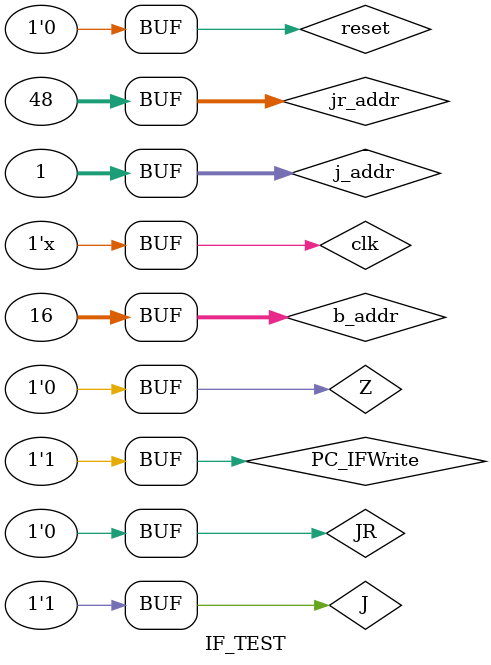
<source format=v>
`timescale 1ns / 1ps


module IF_TEST();
   reg clk,reset,PC_IFWrite;
   reg Z,J,JR;
   always #5 clk <= ~clk;
   initial 
   begin 
   clk = 1;
   reset = 0;
   PC_IFWrite = 1;
   Z = 0;
   J = 0;
   JR = 0;
   #1
   reset = 1;
   #4
   reset = 0;
   #20
   J = 1;
   end
   wire[31:0] j_addr = 32'h0001;
   wire[31:0] b_addr = 32'h0010;
   wire[31:0] jr_addr = 32'h0030;
   wire[31:0] next_pc,cur_pc;
   wire[31:0] instruction;
   c_IF IF(
    .clk(clk),
    .reset(reset),
    .PC_IFWrite(PC_IFWrite),
    .Jr(JR),
    .J(J),
    .Z(Z),
    .JrAddr(jr_addr),
    .JmpAddr(j_addr),
    .BranchAddr(b_addr),
    .Instruction_if(instruction),
    .NextPC_if(next_pc),
    .curPC_if(cur_pc)
   );


endmodule

</source>
